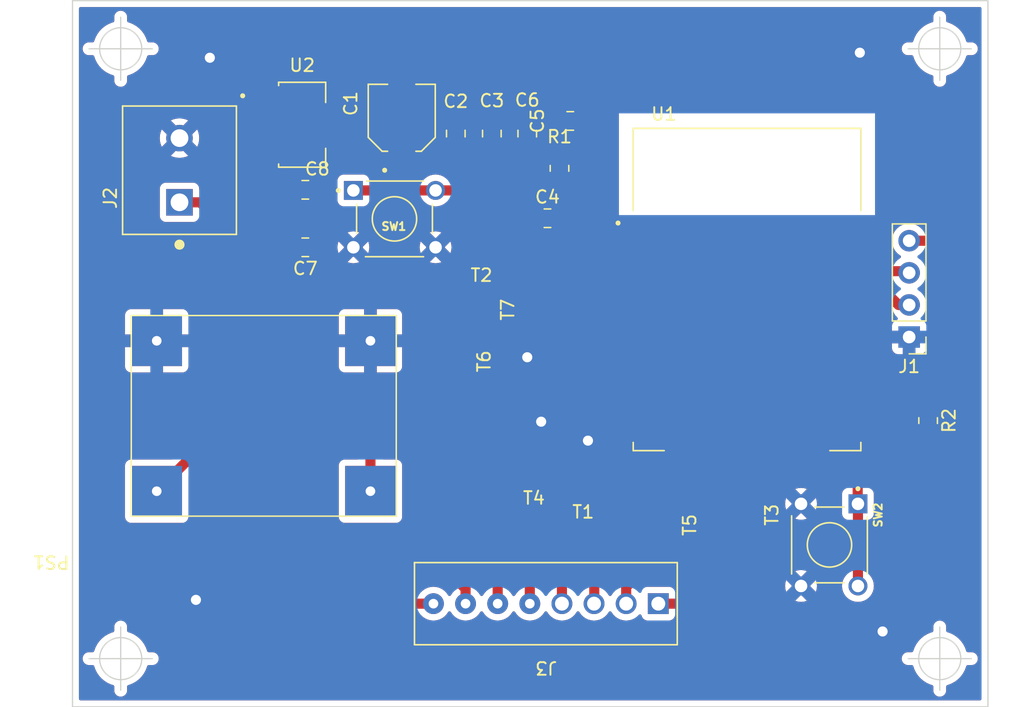
<source format=kicad_pcb>
(kicad_pcb (version 20211014) (generator pcbnew)
  (layers (0 "F.Cu" signal) (31 "B.Cu" signal) (34 "B.Paste" user) (35 "F.Paste" user) (36 "B.SilkS" user "B.Silkscreen") (37 "F.SilkS" user "F.Silkscreen") (38 "B.Mask" user) (39 "F.Mask" user) (44 "Edge.Cuts" user))
  (net 0 "")
  (net 1 "+3V3")
  (net 2 "GND")
  (net 3 "Net-(J3-Pad1)")
  (net 4 "Net-(J3-Pad2)")
  (net 5 "Net-(J3-Pad4)")
  (net 6 "Net-(J3-Pad5)")
  (net 7 "Net-(J3-Pad6)")
  (net 8 "Net-(J3-Pad7)")
  (net 9 "Net-(C7-Pad2)")
  (net 10 "Net-(J1-Pad2)")
  (net 11 "Net-(J1-Pad3)")
  (net 12 "Net-(J3-Pad3)")
  (net 13 "Net-(T1-Pad1)")
  (net 14 "Net-(T2-Pad1)")
  (net 15 "Net-(T3-Pad1)")
  (net 39 "Net-(T4-Pad1)")
  (net 40 "Net-(T5-Pad1)")
  (net 41 "Net-(T6-Pad1)")
  (net 42 "Net-(T7-Pad1)")
  (net 43 "Net-(C4-Pad2)")
  (net 44 "12V")
  (net 45 "Net-(R2-Pad2)")
  (footprint "libraries:SOT23" (layer "F.Cu") (at 150.4 108.8 -90)
    (fp_text reference "T5" (at 1.27142 -2.54284 90) (layer "F.SilkS") (effects (font (size 1.001118 1.001118))))
    (fp_text value "NTR4503")
    (pad "1" smd rect locked (at -0.95 1.1 270) (size 1 1.4) (layers "F.Cu" "F.Paste" "F.Mask") (net 40 "Net-(T5-Pad1)"))
    (pad "2" smd rect locked (at 0.95 1.1 270) (size 1 1.4) (layers "F.Cu" "F.Paste" "F.Mask") (net 2 "GND"))
    (pad "3" smd rect locked (at 0 -1.1 270) (size 1 1.4) (layers "F.Cu" "F.Paste" "F.Mask") (net 4 "Net-(J3-Pad2)"))
  )
  (footprint "Capacitor_SMD:C_0805_2012Metric" (layer "F.Cu") (at 140.1 79.1 90)
    (fp_text reference "C6" (at 2.65 0 180) (layer "F.SilkS"))
    (fp_text value "4.7u")
    (fp_line (start -0.261252 -0.735) (end 0.261252 -0.735) (layer "F.SilkS") (width 0.12))
    (fp_line (start -0.261252 0.735) (end 0.261252 0.735) (layer "F.SilkS") (width 0.12))
    (pad "1" smd roundrect (at -0.95 0 90) (size 1 1.45) (layers "F.Cu" "F.Paste" "F.Mask") (net 1 "+3V3"))
    (pad "2" smd roundrect (at 0.95 0 90) (size 1 1.45) (layers "F.Cu" "F.Paste" "F.Mask") (net 2 "GND"))
  )
  (footprint "libraries:TE_1546215-8" (layer "F.Cu") (at 141.6 116.3 180)
    (fp_text reference "J3" (at 0 -5.08 180 unlocked) (layer "F.SilkS"))
    (fp_text value "R pinnen RGB strips")
    (fp_line (start -10.362 -3.25) (end 10.418 -3.25) (layer "F.SilkS") (width 0.127))
    (fp_line (start -10.362 3.25) (end -10.362 -3.25) (layer "F.SilkS") (width 0.127))
    (fp_line (start 10.418 -3.25) (end 10.418 3.25) (layer "F.SilkS") (width 0.127))
    (fp_line (start 10.418 3.25) (end -10.362 3.25) (layer "F.SilkS") (width 0.127))
    (pad "1" thru_hole rect (at -8.862 0 180) (size 1.65 1.65) (drill 1.1) (layers *.Cu *.Mask) (net 3 "Net-(J3-Pad1)"))
    (pad "2" thru_hole circle (at -6.322 0 180) (size 1.65 1.65) (drill 1.1) (layers *.Cu *.Mask) (net 4 "Net-(J3-Pad2)"))
    (pad "3" thru_hole circle (at -3.782 0 180) (size 1.65 1.65) (drill 1.1) (layers *.Cu *.Mask) (net 12 "Net-(J3-Pad3)"))
    (pad "4" thru_hole circle (at -1.242 0 180) (size 1.65 1.65) (drill 1.1) (layers *.Cu *.Mask) (net 5 "Net-(J3-Pad4)"))
    (pad "5" thru_hole circle (at 1.298 0 180) (size 1.65 1.65) (drill 0.762) (layers *.Cu *.Mask) (net 6 "Net-(J3-Pad5)"))
    (pad "6" thru_hole circle (at 3.838 0 180) (size 1.65 1.65) (drill 0.762) (layers *.Cu *.Mask) (net 7 "Net-(J3-Pad6)"))
    (pad "7" thru_hole circle (at 6.378 0 180) (size 1.65 1.65) (drill 0.762) (layers *.Cu *.Mask) (net 8 "Net-(J3-Pad7)"))
    (pad "8" thru_hole circle (at 8.918 0 180) (size 1.65 1.65) (drill 0.762) (layers *.Cu *.Mask) (net 44 "12V"))
  )
  (footprint "Capacitor_SMD:C_0805_2012Metric" (layer "F.Cu") (at 134.45 79.1 90)
    (fp_text reference "C2" (at 2.55 0 180) (layer "F.SilkS"))
    (fp_text value "22u")
    (fp_line (start -0.261252 -0.735) (end 0.261252 -0.735) (layer "F.SilkS") (width 0.12))
    (fp_line (start -0.261252 0.735) (end 0.261252 0.735) (layer "F.SilkS") (width 0.12))
    (pad "1" smd roundrect (at -0.95 0 90) (size 1 1.45) (layers "F.Cu" "F.Paste" "F.Mask") (net 1 "+3V3"))
    (pad "2" smd roundrect (at 0.95 0 90) (size 1 1.45) (layers "F.Cu" "F.Paste" "F.Mask") (net 2 "GND"))
  )
  (footprint "Capacitor_SMD:C_0805_2012Metric" (layer "F.Cu") (at 122.55 83.55)
    (fp_text reference "C8" (at 0.95 -1.65) (layer "F.SilkS"))
    (fp_text value "4.7u")
    (fp_line (start -0.261252 -0.735) (end 0.261252 -0.735) (layer "F.SilkS") (width 0.12))
    (fp_line (start -0.261252 0.735) (end 0.261252 0.735) (layer "F.SilkS") (width 0.12))
    (pad "1" smd roundrect (at -0.95 0) (size 1 1.45) (layers "F.Cu" "F.Paste" "F.Mask") (net 9 "Net-(C7-Pad2)"))
    (pad "2" smd roundrect (at 0.95 0) (size 1 1.45) (layers "F.Cu" "F.Paste" "F.Mask") (net 2 "GND"))
  )
  (footprint "Connector_PinHeader_2.54mm:PinHeader_1x04_P2.54mm_Vertical" (layer "F.Cu") (at 170.3 95.2 180)
    (fp_text reference "J1" (at 0 -2.33) (layer "F.SilkS"))
    (fp_text value "Conn_01x04_Female")
    (fp_line (start -1.33 8.95) (end 1.33 8.95) (layer "F.SilkS") (width 0.12))
    (fp_line (start -1.33 1.27) (end -1.33 8.95) (layer "F.SilkS") (width 0.12))
    (fp_line (start -1.33 1.27) (end 1.33 1.27) (layer "F.SilkS") (width 0.12))
    (fp_line (start 1.33 1.27) (end 1.33 8.95) (layer "F.SilkS") (width 0.12))
    (fp_line (start -1.33 0) (end -1.33 -1.33) (layer "F.SilkS") (width 0.12))
    (fp_line (start -1.33 -1.33) (end 0 -1.33) (layer "F.SilkS") (width 0.12))
    (pad "1" thru_hole rect (at 0 0 180) (size 1.7 1.7) (drill 1) (layers *.Cu *.Mask) (net 2 "GND"))
    (pad "2" thru_hole oval (at 0 2.54 180) (size 1.7 1.7) (drill 1) (layers *.Cu *.Mask) (net 10 "Net-(J1-Pad2)"))
    (pad "3" thru_hole oval (at 0 5.08 180) (size 1.7 1.7) (drill 1) (layers *.Cu *.Mask) (net 11 "Net-(J1-Pad3)"))
    (pad "4" thru_hole oval (at 0 7.62 180) (size 1.7 1.7) (drill 1) (layers *.Cu *.Mask) (net 1 "+3V3"))
  )
  (footprint "libraries:SOT23" (layer "F.Cu") (at 141.9 105.4 180)
    (fp_text reference "T4" (at 1.27142 -2.54284) (layer "F.SilkS") (effects (font (size 1.001118 1.001118))))
    (fp_text value "NTR4503")
    (pad "1" smd rect locked (at -0.95 1.1 180) (size 1 1.4) (layers "F.Cu" "F.Paste" "F.Mask") (net 39 "Net-(T4-Pad1)"))
    (pad "2" smd rect locked (at 0.95 1.1 180) (size 1 1.4) (layers "F.Cu" "F.Paste" "F.Mask") (net 2 "GND"))
    (pad "3" smd rect locked (at 0 -1.1 180) (size 1 1.4) (layers "F.Cu" "F.Paste" "F.Mask") (net 5 "Net-(J3-Pad4)"))
  )
  (footprint "libraries:SOT23" (layer "F.Cu") (at 139.2 90.2 180)
    (fp_text reference "T2" (at 2.718 -0.1104) (layer "F.SilkS") (effects (font (size 1.001118 1.001118))))
    (fp_text value "NTR4503")
    (pad "1" smd rect locked (at -0.95 1.1 180) (size 1 1.4) (layers "F.Cu" "F.Paste" "F.Mask") (net 14 "Net-(T2-Pad1)"))
    (pad "2" smd rect locked (at 0.95 1.1 180) (size 1 1.4) (layers "F.Cu" "F.Paste" "F.Mask") (net 2 "GND"))
    (pad "3" smd rect locked (at 0 -1.1 180) (size 1 1.4) (layers "F.Cu" "F.Paste" "F.Mask") (net 8 "Net-(J3-Pad7)"))
  )
  (footprint "libraries:TE_282841-2" (layer "F.Cu") (at 112.6 82 90)
    (fp_text reference "J2" (at -2.197155 -5.470375 90) (layer "F.SilkS") (effects (font (size 1.000984 1.000984))))
    (fp_text value "12V DC")
    (fp_line (start 5.08 4.5) (end 5.08 -4.5) (layer "F.SilkS") (width 0.127))
    (fp_line (start -5.08 -4.5) (end -5.08 4.5) (layer "F.SilkS") (width 0.127))
    (fp_line (start -5.08 4.5) (end 5.08 4.5) (layer "F.SilkS") (width 0.127))
    (fp_line (start 5.08 -4.5) (end -5.08 -4.5) (layer "F.SilkS") (width 0.127))
    (fp_circle (center -5.89 0) (end -5.69 0) (layer "F.SilkS") (width 0.4) (fill none))
    (pad "1" thru_hole rect locked (at -2.54 0 90) (size 2.1 2.1) (drill 1.4) (layers *.Cu *.Mask) (net 44 "12V"))
    (pad "2" thru_hole circle locked (at 2.54 0 90) (size 2.1 2.1) (drill 1.4) (layers *.Cu *.Mask) (net 2 "GND"))
  )
  (footprint "libraries:Buck Converter" (layer "F.Cu") (at 119.2 101.5 180)
    (fp_text reference "PS1" (at 16.764 -11.509 180 unlocked) (layer "F.SilkS"))
    (fp_text value "ITX0512SA")
    (fp_rect (start -10.541 -7.874) (end 10.414 8.001) (layer "F.SilkS") (width 0.12) (fill none))
    (pad "1a" thru_hole rect (at 8.4 -5.9 180) (size 4 4) (drill 0.762) (layers *.Cu *.Mask) (net 44 "12V"))
    (pad "2a" thru_hole rect (at 8.4 6 180) (size 4 4) (drill 0.762) (layers *.Cu *.Mask) (net 2 "GND"))
    (pad "3a" thru_hole rect (at -8.5 -5.9 180) (size 4 4) (drill 0.762) (layers *.Cu *.Mask) (net 9 "Net-(C7-Pad2)"))
    (pad "4a" thru_hole rect (at -8.5 6 180) (size 4 4) (drill 0.762) (layers *.Cu *.Mask) (net 2 "GND"))
  )
  (footprint "libraries:SOT23" (layer "F.Cu") (at 156.9 108 -90)
    (fp_text reference "T3" (at 1.27142 -2.54284 -270) (layer "F.SilkS") (effects (font (size 1.001118 1.001118))))
    (fp_text value "NTR4503")
    (pad "1" smd rect locked (at -0.95 1.1 270) (size 1 1.4) (layers "F.Cu" "F.Paste" "F.Mask") (net 15 "Net-(T3-Pad1)"))
    (pad "2" smd rect locked (at 0.95 1.1 270) (size 1 1.4) (layers "F.Cu" "F.Paste" "F.Mask") (net 2 "GND"))
    (pad "3" smd rect locked (at 0 -1.1 270) (size 1 1.4) (layers "F.Cu" "F.Paste" "F.Mask") (net 3 "Net-(J3-Pad1)"))
  )
  (footprint "libraries:CAP_EEE0JA101WR" (layer "F.Cu") (at 130.175 77.851 90)
    (fp_text reference "C1" (at 1.125 -4.035 90) (layer "F.SilkS"))
    (fp_text value "220u")
    (fp_line (start -2.65 1.55) (end -1.55 2.65) (layer "F.SilkS") (width 0.127))
    (fp_line (start -1.55 2.65) (end 2.65 2.65) (layer "F.SilkS") (width 0.127))
    (fp_line (start 2.65 2.65) (end 2.65 1.12) (layer "F.SilkS") (width 0.127))
    (fp_line (start 2.65 -2.65) (end -1.55 -2.65) (layer "F.SilkS") (width 0.127))
    (fp_line (start -2.65 1.12) (end -2.65 1.55) (layer "F.SilkS") (width 0.127))
    (fp_line (start -1.55 -2.65) (end -2.65 -1.55) (layer "F.SilkS") (width 0.127))
    (fp_line (start -2.65 -1.55) (end -2.65 -1.12) (layer "F.SilkS") (width 0.127))
    (fp_line (start 2.65 -1.12) (end 2.65 -2.65) (layer "F.SilkS") (width 0.127))
    (fp_circle (center -4.15 -1.35) (end -4.05 -1.35) (layer "F.SilkS") (width 0.2) (fill none))
    (pad "1" smd rect locked (at -2.15 0 90) (size 2.8 1.6) (layers "F.Cu" "F.Paste" "F.Mask") (net 1 "+3V3"))
    (pad "2" smd rect locked (at 2.15 0 90) (size 2.8 1.6) (layers "F.Cu" "F.Paste" "F.Mask") (net 2 "GND"))
  )
  (footprint "Resistor_SMD:R_0805_2012Metric" (layer "F.Cu") (at 142.65 81.85 -90)
    (fp_text reference "R1" (at -2.5 0 180) (layer "F.SilkS"))
    (fp_text value "10k")
    (fp_line (start -0.227064 -0.735) (end 0.227064 -0.735) (layer "F.SilkS") (width 0.12))
    (fp_line (start -0.227064 0.735) (end 0.227064 0.735) (layer "F.SilkS") (width 0.12))
    (pad "1" smd roundrect (at -0.9125 0 270) (size 1.025 1.4) (layers "F.Cu" "F.Paste" "F.Mask") (roundrect_rratio 0.243902) (net 1 "+3V3"))
    (pad "2" smd roundrect (at 0.9125 0 270) (size 1.025 1.4) (layers "F.Cu" "F.Paste" "F.Mask") (roundrect_rratio 0.243902) (net 43 "Net-(C4-Pad2)"))
  )
  (footprint "libraries:SOT23" (layer "F.Cu") (at 145.8 106.5 180)
    (fp_text reference "T1" (at 1.27142 -2.54284) (layer "F.SilkS") (effects (font (size 1.001118 1.001118))))
    (fp_text value "NTR4503")
    (pad "1" smd rect locked (at -0.95 1.1 180) (size 1 1.4) (layers "F.Cu" "F.Paste" "F.Mask") (net 13 "Net-(T1-Pad1)"))
    (pad "2" smd rect locked (at 0.95 1.1 180) (size 1 1.4) (layers "F.Cu" "F.Paste" "F.Mask") (net 2 "GND"))
    (pad "3" smd rect locked (at 0 -1.1 180) (size 1 1.4) (layers "F.Cu" "F.Paste" "F.Mask") (net 12 "Net-(J3-Pad3)"))
  )
  (footprint "Capacitor_SMD:C_0805_2012Metric" (layer "F.Cu") (at 122.55 88.1 180)
    (fp_text reference "C7" (at 0 -1.68) (layer "F.SilkS"))
    (fp_text value "0.1u")
    (fp_line (start -0.261252 -0.735) (end 0.261252 -0.735) (layer "F.SilkS") (width 0.12))
    (fp_line (start -0.261252 0.735) (end 0.261252 0.735) (layer "F.SilkS") (width 0.12))
    (pad "1" smd roundrect (at -0.95 0 180) (size 1 1.45) (layers "F.Cu" "F.Paste" "F.Mask") (net 2 "GND"))
    (pad "2" smd roundrect (at 0.95 0 180) (size 1 1.45) (layers "F.Cu" "F.Paste" "F.Mask") (net 9 "Net-(C7-Pad2)"))
  )
  (footprint "libraries:SOT229P700X180-4N" (layer "F.Cu") (at 122.3 78.4)
    (fp_text reference "U2" (at 0 -4.70284) (layer "F.SilkS") (effects (font (size 1.001528 1.001528))))
    (fp_text value "AMS1117")
    (fp_line (start -1.86 -3.36) (end -1.86 -3.1) (layer "F.SilkS") (width 0.127))
    (fp_line (start -1.86 3.36) (end 1.86 3.36) (layer "F.SilkS") (width 0.127))
    (fp_line (start 1.86 -1.76) (end 1.86 -3.36) (layer "F.SilkS") (width 0.127))
    (fp_line (start -1.86 -3.36) (end 1.86 -3.36) (layer "F.SilkS") (width 0.127))
    (fp_line (start -1.86 3.11) (end -1.86 3.36) (layer "F.SilkS") (width 0.127))
    (fp_line (start 1.86 3.36) (end 1.86 1.87) (layer "F.SilkS") (width 0.127))
    (fp_circle (center -4.703 -2.29) (end -4.603 -2.29) (layer "F.SilkS") (width 0.2) (fill none))
    (pad "1" smd roundrect locked (at -3.345 -2.29 270) (size 0.93 1.31) (layers "F.Cu" "F.Paste" "F.Mask") (roundrect_rratio 0.1) (net 2 "GND"))
    (pad "2" smd roundrect locked (at -3.345 0 270) (size 0.93 1.31) (layers "F.Cu" "F.Paste" "F.Mask") (roundrect_rratio 0.1) (net 1 "+3V3"))
    (pad "3" smd roundrect locked (at -3.345 2.29 270) (size 0.93 1.31) (layers "F.Cu" "F.Paste" "F.Mask") (roundrect_rratio 0.1) (net 9 "Net-(C7-Pad2)"))
    (pad "4" smd roundrect locked (at 3.345 0 270) (size 3.24 1.31) (layers "F.Cu" "F.Paste" "F.Mask") (roundrect_rratio 0.1) (net 1 "+3V3"))
  )
  (footprint "libraries:SOT23" (layer "F.Cu") (at 141.1 94.3 90)
    (fp_text reference "T7" (at 1.27142 -2.54284 90) (layer "F.SilkS") (effects (font (size 1.001118 1.001118))))
    (fp_text value "NTR4503")
    (pad "1" smd rect locked (at -0.95 1.1 90) (size 1 1.4) (layers "F.Cu" "F.Paste" "F.Mask") (net 42 "Net-(T7-Pad1)"))
    (pad "2" smd rect locked (at 0.95 1.1 90) (size 1 1.4) (layers "F.Cu" "F.Paste" "F.Mask") (net 2 "GND"))
    (pad "3" smd rect locked (at 0 -1.1 90) (size 1 1.4) (layers "F.Cu" "F.Paste" "F.Mask") (net 7 "Net-(J3-Pad6)"))
  )
  (footprint "Resistor_SMD:R_0805_2012Metric" (layer "F.Cu") (at 171.8 101.8125 -90)
    (fp_text reference "R2" (at 0 -1.65 90) (layer "F.SilkS"))
    (fp_text value "10k")
    (fp_line (start -0.227064 -0.735) (end 0.227064 -0.735) (layer "F.SilkS") (width 0.12))
    (fp_line (start -0.227064 0.735) (end 0.227064 0.735) (layer "F.SilkS") (width 0.12))
    (pad "1" smd roundrect (at -0.9125 0 270) (size 1.025 1.4) (layers "F.Cu" "F.Paste" "F.Mask") (roundrect_rratio 0.243902) (net 1 "+3V3"))
    (pad "2" smd roundrect (at 0.9125 0 270) (size 1.025 1.4) (layers "F.Cu" "F.Paste" "F.Mask") (roundrect_rratio 0.243902) (net 45 "Net-(R2-Pad2)"))
  )
  (footprint "Capacitor_SMD:C_0805_2012Metric" (layer "F.Cu") (at 141.7 85.8)
    (fp_text reference "C4" (at 0 -1.68) (layer "F.SilkS"))
    (fp_text value "1u")
    (fp_line (start -0.261252 -0.735) (end 0.261252 -0.735) (layer "F.SilkS") (width 0.12))
    (fp_line (start -0.261252 0.735) (end 0.261252 0.735) (layer "F.SilkS") (width 0.12))
    (pad "1" smd roundrect (at -0.95 0) (size 1 1.45) (layers "F.Cu" "F.Paste" "F.Mask") (net 2 "GND"))
    (pad "2" smd roundrect (at 0.95 0) (size 1 1.45) (layers "F.Cu" "F.Paste" "F.Mask") (net 43 "Net-(C4-Pad2)"))
  )
  (footprint "Capacitor_SMD:C_0805_2012Metric" (layer "F.Cu") (at 137.3 79.1 90)
    (fp_text reference "C3" (at 2.6 0 180) (layer "F.SilkS"))
    (fp_text value "0.1u")
    (fp_line (start -0.261252 0.735) (end 0.261252 0.735) (layer "F.SilkS") (width 0.12))
    (fp_line (start -0.261252 -0.735) (end 0.261252 -0.735) (layer "F.SilkS") (width 0.12))
    (pad "1" smd roundrect (at -0.95 0 90) (size 1 1.45) (layers "F.Cu" "F.Paste" "F.Mask") (net 1 "+3V3"))
    (pad "2" smd roundrect (at 0.95 0 90) (size 1 1.45) (layers "F.Cu" "F.Paste" "F.Mask") (net 2 "GND"))
  )
  (footprint "libraries:SW_1825910-6-4" (layer "F.Cu") (at 164 111.65 -90)
    (fp_text reference "SW2" (at -2.3627 -3.844398 90) (layer "F.SilkS") (effects (font (size 0.630643 0.630643))))
    (fp_text value "BOOT")
    (fp_line (start 2.3 2.995) (end -2.3 2.995) (layer "F.SilkS") (width 0.127))
    (fp_line (start 3 -1.15) (end 3 1.15) (layer "F.SilkS") (width 0.127))
    (fp_line (start -2.995 -1.15) (end -2.995 1.15) (layer "F.SilkS") (width 0.127))
    (fp_line (start -2.2 -2.995) (end 2.3 -2.995) (layer "F.SilkS") (width 0.127))
    (fp_circle (center 0 0) (end 1.755 0) (layer "F.SilkS") (width 0.127) (fill none))
    (fp_circle (center -4.445 -2.25) (end -4.345 -2.25) (layer "F.SilkS") (width 0.2) (fill none))
    (pad "1" thru_hole rect locked (at -3.25 -2.25 270) (size 1.498 1.498) (drill 0.99) (layers *.Cu *.Mask) (net 45 "Net-(R2-Pad2)"))
    (pad "2" thru_hole circle locked (at 3.25 -2.25 270) (size 1.498 1.498) (drill 0.99) (layers *.Cu *.Mask) (net 45 "Net-(R2-Pad2)"))
    (pad "3" thru_hole circle locked (at -3.25 2.25 270) (size 1.498 1.498) (drill 0.99) (layers *.Cu *.Mask) (net 2 "GND"))
    (pad "4" thru_hole circle locked (at 3.25 2.25 270) (size 1.498 1.498) (drill 0.99) (layers *.Cu *.Mask) (net 2 "GND"))
  )
  (footprint "libraries:SOT23" (layer "F.Cu") (at 141 98.7 90)
    (fp_text reference "T6" (at 1.5748 -4.318 90) (layer "F.SilkS") (effects (font (size 1.001118 1.001118))))
    (fp_text value "NTR4503")
    (pad "1" smd rect locked (at -0.95 1.1 90) (size 1 1.4) (layers "F.Cu" "F.Paste" "F.Mask") (net 41 "Net-(T6-Pad1)"))
    (pad "2" smd rect locked (at 0.95 1.1 90) (size 1 1.4) (layers "F.Cu" "F.Paste" "F.Mask") (net 2 "GND"))
    (pad "3" smd rect locked (at 0 -1.1 90) (size 1 1.4) (layers "F.Cu" "F.Paste" "F.Mask") (net 6 "Net-(J3-Pad5)"))
  )
  (footprint "Capacitor_SMD:C_0805_2012Metric" (layer "F.Cu") (at 143.5 78.1 180)
    (fp_text reference "C5" (at 2.6 0 90) (layer "F.SilkS"))
    (fp_text value "0.1u")
    (fp_line (start -0.261252 0.735) (end 0.261252 0.735) (layer "F.SilkS") (width 0.12))
    (fp_line (start -0.261252 -0.735) (end 0.261252 -0.735) (layer "F.SilkS") (width 0.12))
    (pad "1" smd roundrect (at -0.95 0 180) (size 1 1.45) (layers "F.Cu" "F.Paste" "F.Mask") (net 1 "+3V3"))
    (pad "2" smd roundrect (at 0.95 0 180) (size 1 1.45) (layers "F.Cu" "F.Paste" "F.Mask") (net 2 "GND"))
  )
  (footprint "libraries:SW_1825910-6-4" (layer "F.Cu") (at 129.6 85.85)
    (fp_text reference "SW1" (at -0.05 0.6) (layer "F.SilkS") (effects (font (size 0.630643 0.630643))))
    (fp_text value "ENABLE")
    (fp_line (start -2.995 -1.15) (end -2.995 1.15) (layer "F.SilkS") (width 0.127))
    (fp_line (start -2.2 -2.995) (end 2.3 -2.995) (layer "F.SilkS") (width 0.127))
    (fp_line (start 2.3 2.995) (end -2.3 2.995) (layer "F.SilkS") (width 0.127))
    (fp_line (start 3 -1.15) (end 3 1.15) (layer "F.SilkS") (width 0.127))
    (fp_circle (center 0 0) (end 1.755 0) (layer "F.SilkS") (width 0.127) (fill none))
    (fp_circle (center -4.445 -2.25) (end -4.345 -2.25) (layer "F.SilkS") (width 0.2) (fill none))
    (pad "1" thru_hole rect locked (at -3.25 -2.25) (size 1.498 1.498) (drill 0.99) (layers *.Cu *.Mask) (net 43 "Net-(C4-Pad2)"))
    (pad "2" thru_hole circle locked (at 3.25 -2.25) (size 1.498 1.498) (drill 0.99) (layers *.Cu *.Mask) (net 43 "Net-(C4-Pad2)"))
    (pad "3" thru_hole circle locked (at -3.25 2.25) (size 1.498 1.498) (drill 0.99) (layers *.Cu *.Mask) (net 2 "GND"))
    (pad "4" thru_hole circle locked (at 3.25 2.25) (size 1.498 1.498) (drill 0.99) (layers *.Cu *.Mask) (net 2 "GND"))
  )
  (footprint "libraries:XCVR_ESP32-WROOM-32E_(16MB)" (layer "F.Cu") (at 157.48 91.44)
    (fp_text reference "U1" (at -6.575 -13.885) (layer "F.SilkS"))
    (fp_text value "ESP32-WROOM-32E_(16MB)")
    (fp_line (start -9 -6.25) (end -9 -12.75) (layer "F.SilkS") (width 0.127))
    (fp_line (start 6.55 12.75) (end 9 12.75) (layer "F.SilkS") (width 0.127))
    (fp_line (start -9 -12.75) (end 9 -12.75) (layer "F.SilkS") (width 0.127))
    (fp_line (start -9 12.1) (end -9 12.75) (layer "F.SilkS") (width 0.127))
    (fp_line (start 9 -12.75) (end 9 -6.25) (layer "F.SilkS") (width 0.127))
    (fp_line (start 9 12.75) (end 9 12.1) (layer "F.SilkS") (width 0.127))
    (fp_line (start -9 12.75) (end -6.55 12.75) (layer "F.SilkS") (width 0.127))
    (fp_circle (center -10.2 -5.26) (end -10.1 -5.26) (layer "F.SilkS") (width 0.2) (fill none))
    (pad "1" smd rect (at -8.75 -5.26) (size 1.5 0.9) (layers "F.Cu" "F.Paste" "F.Mask") (net 2 "GND"))
    (pad "2" smd rect (at -8.75 -3.99) (size 1.5 0.9) (layers "F.Cu" "F.Paste" "F.Mask") (net 1 "+3V3"))
    (pad "3" smd rect (at -8.75 -2.72) (size 1.5 0.9) (layers "F.Cu" "F.Paste" "F.Mask") (net 43 "Net-(C4-Pad2)"))
    (pad "4" smd rect (at -8.75 -1.45) (size 1.5 0.9) (layers "F.Cu" "F.Paste" "F.Mask"))
    (pad "5" smd rect (at -8.75 -0.18) (size 1.5 0.9) (layers "F.Cu" "F.Paste" "F.Mask"))
    (pad "6" smd rect (at -8.75 1.09) (size 1.5 0.9) (layers "F.Cu" "F.Paste" "F.Mask"))
    (pad "7" smd rect (at -8.75 2.36) (size 1.5 0.9) (layers "F.Cu" "F.Paste" "F.Mask"))
    (pad "8" smd rect (at -8.75 3.63) (size 1.5 0.9) (layers "F.Cu" "F.Paste" "F.Mask"))
    (pad "9" smd rect (at -8.75 4.9) (size 1.5 0.9) (layers "F.Cu" "F.Paste" "F.Mask") (net 14 "Net-(T2-Pad1)"))
    (pad "10" smd rect (at -8.75 6.17) (size 1.5 0.9) (layers "F.Cu" "F.Paste" "F.Mask") (net 42 "Net-(T7-Pad1)"))
    (pad "11" smd rect (at -8.75 7.44) (size 1.5 0.9) (layers "F.Cu" "F.Paste" "F.Mask") (net 41 "Net-(T6-Pad1)"))
    (pad "12" smd rect (at -8.75 8.71) (size 1.5 0.9) (layers "F.Cu" "F.Paste" "F.Mask") (net 39 "Net-(T4-Pad1)"))
    (pad "13" smd rect (at -8.75 9.98) (size 1.5 0.9) (layers "F.Cu" "F.Paste" "F.Mask") (net 13 "Net-(T1-Pad1)"))
    (pad "14" smd rect (at -8.75 11.25) (size 1.5 0.9) (layers "F.Cu" "F.Paste" "F.Mask") (net 40 "Net-(T5-Pad1)"))
    (pad "15" smd rect (at -5.715 12.5) (size 0.9 1.5) (layers "F.Cu" "F.Paste" "F.Mask") (net 2 "GND"))
    (pad "16" smd rect (at -4.445 12.5) (size 0.9 1.5) (layers "F.Cu" "F.Paste" "F.Mask") (net 15 "Net-(T3-Pad1)"))
    (pad "17" smd rect (at -3.175 12.5) (size 0.9 1.5) (layers "F.Cu" "F.Paste" "F.Mask"))
    (pad "18" smd rect (at -1.905 12.5) (size 0.9 1.5) (layers "F.Cu" "F.Paste" "F.Mask"))
    (pad "19" smd rect (at -0.635 12.5) (size 0.9 1.5) (layers "F.Cu" "F.Paste" "F.Mask"))
    (pad "20" smd rect (at 0.635 12.5) (size 0.9 1.5) (layers "F.Cu" "F.Paste" "F.Mask"))
    (pad "21" smd rect (at 1.905 12.5) (size 0.9 1.5) (layers "F.Cu" "F.Paste" "F.Mask"))
    (pad "22" smd rect (at 3.175 12.5) (size 0.9 1.5) (layers "F.Cu" "F.Paste" "F.Mask"))
    (pad "23" smd rect (at 4.445 12.5) (size 0.9 1.5) (layers "F.Cu" "F.Paste" "F.Mask"))
    (pad "24" smd rect (at 5.715 12.5) (size 0.9 1.5) (layers "F.Cu" "F.Paste" "F.Mask"))
    (pad "25" smd rect (at 8.75 11.25) (size 1.5 0.9) (layers "F.Cu" "F.Paste" "F.Mask") (net 45 "Net-(R2-Pad2)"))
    (pad "26" smd rect (at 8.75 9.98) (size 1.5 0.9) (layers "F.Cu" "F.Paste" "F.Mask"))
    (pad "27" smd rect (at 8.75 8.71) (size 1.5 0.9) (layers "F.Cu" "F.Paste" "F.Mask"))
    (pad "28" smd rect (at 8.75 7.44) (size 1.5 0.9) (layers "F.Cu" "F.Paste" "F.Mask"))
    (pad "29" smd rect (at 8.75 6.17) (size 1.5 0.9) (layers "F.Cu" "F.Paste" "F.Mask"))
    (pad "30" smd rect (at 8.75 4.9) (size 1.5 0.9) (layers "F.Cu" "F.Paste" "F.Mask"))
    (pad "31" smd rect (at 8.75 3.63) (size 1.5 0.9) (layers "F.Cu" "F.Paste" "F.Mask"))
    (pad "32" smd rect (at 8.75 2.36) (size 1.5 0.9) (layers "F.Cu" "F.Paste" "F.Mask"))
    (pad "33" smd rect (at 8.75 1.09) (size 1.5 0.9) (layers "F.Cu" "F.Paste" "F.Mask"))
    (pad "34" smd rect (at 8.75 -0.18) (size 1.5 0.9) (layers "F.Cu" "F.Paste" "F.Mask") (net 10 "Net-(J1-Pad2)"))
    (pad "35" smd rect (at 8.75 -1.45) (size 1.5 0.9) (layers "F.Cu" "F.Paste" "F.Mask") (net 11 "Net-(J1-Pad3)"))
    (pad "36" smd rect (at 8.75 -2.72) (size 1.5 0.9) (layers "F.Cu" "F.Paste" "F.Mask"))
    (pad "37" smd rect (at 8.75 -3.99) (size 1.5 0.9) (layers "F.Cu" "F.Paste" "F.Mask"))
    (pad "38" smd rect (at 8.75 -5.26) (size 1.5 0.9) (layers "F.Cu" "F.Paste" "F.Mask") (net 2 "GND"))
    (pad "39_1" smd rect (at -2.9 1.06) (size 0.9 0.9) (layers "F.Cu" "F.Paste" "F.Mask") (net 2 "GND"))
    (pad "39_2" smd rect (at -1.5 1.06) (size 0.9 0.9) (layers "F.Cu" "F.Paste" "F.Mask") (net 2 "GND"))
    (pad "39_3" smd rect (at -0.1 1.06) (size 0.9 0.9) (layers "F.Cu" "F.Paste" "F.Mask") (net 2 "GND"))
    (pad "39_4" smd rect (at -2.9 2.46) (size 0.9 0.9) (layers "F.Cu" "F.Paste" "F.Mask") (net 2 "GND"))
    (pad "39_5" smd rect (at -1.5 2.46) (size 0.9 0.9) (layers "F.Cu" "F.Paste" "F.Mask") (net 2 "GND"))
    (pad "39_6" smd rect (at -0.1 2.46) (size 0.9 0.9) (layers "F.Cu" "F.Paste" "F.Mask") (net 2 "GND"))
    (pad "39_7" smd rect (at -2.9 3.86) (size 0.9 0.9) (layers "F.Cu" "F.Paste" "F.Mask") (net 2 "GND"))
    (pad "39_8" smd rect (at -1.5 3.86) (size 0.9 0.9) (layers "F.Cu" "F.Paste" "F.Mask") (net 2 "GND"))
    (pad "39_9" smd rect (at -0.1 3.86) (size 0.9 0.9) (layers "F.Cu" "F.Paste" "F.Mask") (net 2 "GND"))
    (zone (net 0) (net_name "") (layer "F.Cu") (connect_pads (clearance 0)) (min_thickness 0.01)
      (keepout (tracks not_allowed) (vias not_allowed) (pads not_allowed) (copperpour not_allowed) (footprints allowed))
      (fill (thermal_gap 0.508) (thermal_bridge_width 0.508))
      (polygon (pts (xy 148.48 78.69) (xy 166.48 78.69) (xy 166.48 84.88) (xy 148.48 84.88)))
    )
  )
  (gr_rect (start 104.14 68.58) (end 176.53 124.46) (layer "Edge.Cuts") (width 0.1) (fill none))
  (gr_text "7 Segment" (at 155 72.39) (layer "F.Cu") (effects (font (size 1.5 1.5) (thickness 0.375))))
  (target plus (at 172.72 72.39) (size 5) (width 0.1) (layer "Edge.Cuts"))
  (target plus (at 172.72 120.65) (size 5) (width 0.1) (layer "Edge.Cuts"))
  (target plus (at 107.95 120.65) (size 5) (width 0.1) (layer "Edge.Cuts"))
  (target plus (at 107.95 72.39) (size 5) (width 0.1) (layer "Edge.Cuts"))
  (segment (start 169.9 75.3) (end 172.6 78) (width 0.8) (layer "F.Cu") (net 1))
  (segment (start 127.295 80.05) (end 134.45 80.05) (width 0.8) (layer "F.Cu") (net 1))
  (segment (start 172.6 87.58) (end 171.8 87.58) (width 0.8) (layer "F.Cu") (net 1))
  (segment (start 172.6 87.6) (end 172.58 87.58) (width 0.8) (layer "F.Cu") (net 1))
  (segment (start 146.75 87.45) (end 148.73 87.45) (width 0.8) (layer "F.Cu") (net 1))
  (segment (start 144.45 79.1375) (end 142.65 80.9375) (width 0.8) (layer "F.Cu") (net 1))
  (segment (start 143.7375 80.9375) (end 145 82.2) (width 0.8) (layer "F.Cu") (net 1))
  (segment (start 172.6 78) (end 172.6 87.58) (width 0.8) (layer "F.Cu") (net 1))
  (segment (start 118.955 78.4) (end 125.645 78.4) (width 0.8) (layer "F.Cu") (net 1))
  (segment (start 125.645 78.4) (end 127.295 80.05) (width 0.8) (layer "F.Cu") (net 1))
  (segment (start 134.45 80.05) (end 137.3 80.05) (width 0.8) (layer "F.Cu") (net 1))
  (segment (start 171.8 87.58) (end 170.3 87.58) (width 0.8) (layer "F.Cu") (net 1))
  (segment (start 142.65 80.9375) (end 143.7375 80.9375) (width 0.8) (layer "F.Cu") (net 1))
  (segment (start 172.58 87.58) (end 171.8 87.58) (width 0.8) (layer "F.Cu") (net 1))
  (segment (start 172.6 100.1) (end 172.6 87.6) (width 0.8) (layer "F.Cu") (net 1))
  (segment (start 144.45 78.1) (end 147.25 75.3) (width 0.8) (layer "F.Cu") (net 1))
  (segment (start 171.8 100.9) (end 172.6 100.1) (width 0.8) (layer "F.Cu") (net 1))
  (segment (start 144.45 78.1) (end 144.45 79.1375) (width 0.8) (layer "F.Cu") (net 1))
  (segment (start 141.7625 80.05) (end 142.65 80.9375) (width 0.8) (layer "F.Cu") (net 1))
  (segment (start 145 85.7) (end 146.75 87.45) (width 0.8) (layer "F.Cu") (net 1))
  (segment (start 147.25 75.3) (end 169.9 75.3) (width 0.8) (layer "F.Cu") (net 1))
  (segment (start 145 82.2) (end 145 85.7) (width 0.8) (layer "F.Cu") (net 1))
  (segment (start 140.1 80.05) (end 141.7625 80.05) (width 0.8) (layer "F.Cu") (net 1))
  (segment (start 137.3 80.05) (end 140.1 80.05) (width 0.8) (layer "F.Cu") (net 1))
  (via (at 113.9 116) (size 1.5) (drill 0.8) (layers "F.Cu" "B.Cu") (net 2))
  (via (at 144.9 103.4) (size 1.5) (drill 0.8) (layers "F.Cu" "B.Cu") (net 2))
  (via (at 140.1 96.8) (size 1.5) (drill 0.8) (layers "F.Cu" "B.Cu") (net 2))
  (via (at 141.2 101.9) (size 1.5) (drill 0.8) (layers "F.Cu" "B.Cu") (net 2))
  (via (at 166.4 72.7) (size 1.5) (drill 0.8) (layers "F.Cu" "B.Cu") (net 2))
  (via (at 115 73.1) (size 1.5) (drill 0.8) (layers "F.Cu" "B.Cu") (net 2))
  (via (at 168.2 118.5) (size 1.5) (drill 0.8) (layers "F.Cu" "B.Cu") (net 2))
  (segment (start 152.1 116.3) (end 150.462 116.3) (width 0.8) (layer "F.Cu") (net 3))
  (segment (start 158 110.4) (end 152.1 116.3) (width 0.8) (layer "F.Cu") (net 3))
  (segment (start 158 108) (end 158 110.4) (width 0.8) (layer "F.Cu") (net 3))
  (segment (start 151.5 111.4) (end 147.922 114.978) (width 0.8) (layer "F.Cu") (net 4))
  (segment (start 151.5 108.8) (end 151.5 111.4) (width 0.8) (layer "F.Cu") (net 4))
  (segment (start 147.922 114.978) (end 147.922 116.3) (width 0.8) (layer "F.Cu") (net 4))
  (segment (start 142.842 111.742) (end 142.842 116.3) (width 0.8) (layer "F.Cu") (net 5))
  (segment (start 141.9 110.8) (end 142.842 111.742) (width 0.8) (layer "F.Cu") (net 5))
  (segment (start 141.9 106.5) (end 141.9 110.8) (width 0.8) (layer "F.Cu") (net 5))
  (segment (start 139.9 98.7) (end 139 99.6) (width 0.8) (layer "F.Cu") (net 6))
  (segment (start 139 111.7) (end 140.302 113.002) (width 0.8) (layer "F.Cu") (net 6))
  (segment (start 139 99.6) (end 139 111.7) (width 0.8) (layer "F.Cu") (net 6))
  (segment (start 140.302 113.002) (end 140.302 116.3) (width 0.8) (layer "F.Cu") (net 6))
  (segment (start 136.4 112.5) (end 137.762 113.862) (width 0.8) (layer "F.Cu") (net 7))
  (segment (start 137.762 113.862) (end 137.762 116.3) (width 0.8) (layer "F.Cu") (net 7))
  (segment (start 138.7 94.3) (end 136.4 96.6) (width 0.8) (layer "F.Cu") (net 7))
  (segment (start 136.4 96.6) (end 136.4 112.5) (width 0.8) (layer "F.Cu") (net 7))
  (segment (start 140 94.3) (end 138.7 94.3) (width 0.8) (layer "F.Cu") (net 7))
  (segment (start 135.222 115.122) (end 135.222 116.3) (width 0.8) (layer "F.Cu") (net 8))
  (segment (start 133.6 94) (end 133.6 113.5) (width 0.8) (layer "F.Cu") (net 8))
  (segment (start 136.3 91.3) (end 133.6 94) (width 0.8) (layer "F.Cu") (net 8))
  (segment (start 139.2 91.3) (end 136.3 91.3) (width 0.8) (layer "F.Cu") (net 8))
  (segment (start 133.6 113.5) (end 135.222 115.122) (width 0.8) (layer "F.Cu") (net 8))
  (segment (start 127.7 103.6) (end 127.7 107.4) (width 0.8) (layer "F.Cu") (net 9))
  (segment (start 118.955 80.69) (end 121.6 83.335) (width 0.8) (layer "F.Cu") (net 9))
  (segment (start 121.6 97.5) (end 127.7 103.6) (width 0.8) (layer "F.Cu") (net 9))
  (segment (start 121.6 83.335) (end 121.6 83.55) (width 0.8) (layer "F.Cu") (net 9))
  (segment (start 121.6 88.1) (end 121.6 97.5) (width 0.8) (layer "F.Cu") (net 9))
  (segment (start 121.6 83.55) (end 121.6 88.1) (width 0.8) (layer "F.Cu") (net 9))
  (segment (start 170.3 92.66) (end 169.46 92.66) (width 0.8) (layer "F.Cu") (net 10))
  (segment (start 168.06 91.26) (end 166.23 91.26) (width 0.8) (layer "F.Cu") (net 10))
  (segment (start 169.46 92.66) (end 168.06 91.26) (width 0.8) (layer "F.Cu") (net 10))
  (segment (start 170.3 90.12) (end 170.17 89.99) (width 0.8) (layer "F.Cu") (net 11))
  (segment (start 170.17 89.99) (end 166.23 89.99) (width 0.8) (layer "F.Cu") (net 11))
  (segment (start 145.4 116.282) (end 145.382 116.3) (width 0.8) (layer "F.Cu") (net 12))
  (segment (start 145.4 108) (end 145.4 116.282) (width 0.8) (layer "F.Cu") (net 12))
  (segment (start 145.8 107.6) (end 145.4 108) (width 0.8) (layer "F.Cu") (net 12))
  (segment (start 146.75 105.4) (end 146.75 101.85) (width 0.8) (layer "F.Cu") (net 13))
  (segment (start 146.75 101.85) (end 147.18 101.42) (width 0.8) (layer "F.Cu") (net 13))
  (segment (start 147.18 101.42) (end 148.73 101.42) (width 0.8) (layer "F.Cu") (net 13))
  (segment (start 147.600978 96.34) (end 145.5 94.239022) (width 0.8) (layer "F.Cu") (net 14))
  (segment (start 145.5 94.239022) (end 145.5 91.6) (width 0.8) (layer "F.Cu") (net 14))
  (segment (start 145.5 91.6) (end 143 89.1) (width 0.8) (layer "F.Cu") (net 14))
  (segment (start 143 89.1) (end 140.15 89.1) (width 0.8) (layer "F.Cu") (net 14))
  (segment (start 148.73 96.34) (end 147.600978 96.34) (width 0.8) (layer "F.Cu") (net 14))
  (segment (start 154.595 107.05) (end 155.8 107.05) (width 0.8) (layer "F.Cu") (net 15))
  (segment (start 153.035 105.49) (end 154.595 107.05) (width 0.8) (layer "F.Cu") (net 15))
  (segment (start 153.035 103.94) (end 153.035 105.49) (width 0.8) (layer "F.Cu") (net 15))
  (segment (start 145.55 100.15) (end 142.85 102.85) (width 0.8) (layer "F.Cu") (net 39))
  (segment (start 142.85 102.85) (end 142.85 104.3) (width 0.8) (layer "F.Cu") (net 39))
  (segment (start 148.73 100.15) (end 145.55 100.15) (width 0.8) (layer "F.Cu") (net 39))
  (segment (start 149.3 107.85) (end 149.3 103.26) (width 0.8) (layer "F.Cu") (net 40))
  (segment (start 149.3 103.26) (end 148.73 102.69) (width 0.8) (layer "F.Cu") (net 40))
  (segment (start 148.73 98.88) (end 144.52 98.88) (width 0.8) (layer "F.Cu") (net 41))
  (segment (start 144.52 98.88) (end 143.75 99.65) (width 0.8) (layer "F.Cu") (net 41))
  (segment (start 143.75 99.65) (end 142.1 99.65) (width 0.8) (layer "F.Cu") (net 41))
  (segment (start 143.25 95.25) (end 142.2 95.25) (width 0.8) (layer "F.Cu") (net 42))
  (segment (start 148.73 97.61) (end 145.61 97.61) (width 0.8) (layer "F.Cu") (net 42))
  (segment (start 145.61 97.61) (end 143.25 95.25) (width 0.8) (layer "F.Cu") (net 42))
  (segment (start 132.85 83.6) (end 141.8125 83.6) (width 0.8) (layer "F.Cu") (net 43))
  (segment (start 148.73 88.72) (end 145.57 88.72) (width 0.8) (layer "F.Cu") (net 43))
  (segment (start 141.8125 83.6) (end 142.65 82.7625) (width 0.8) (layer "F.Cu") (net 43))
  (segment (start 126.35 83.6) (end 132.85 83.6) (width 0.8) (layer "F.Cu") (net 43))
  (segment (start 145.57 88.72) (end 142.65 85.8) (width 0.8) (layer "F.Cu") (net 43))
  (segment (start 142.65 82.7625) (end 142.65 85.8) (width 0.8) (layer "F.Cu") (net 43))
  (segment (start 112.6 84.54) (end 114.24 84.54) (width 0.8) (layer "F.Cu") (net 44))
  (segment (start 117.2 104.8635) (end 117.2 106.4) (width 0.8) (layer "F.Cu") (net 44))
  (segment (start 113.3365 104.8635) (end 110.8 107.4) (width 0.8) (layer "F.Cu") (net 44))
  (segment (start 117.2 104.8635) (end 113.3365 104.8635) (width 0.8) (layer "F.Cu") (net 44))
  (segment (start 127.1 116.3) (end 132.682 116.3) (width 0.8) (layer "F.Cu") (net 44))
  (segment (start 117.2 106.4) (end 127.1 116.3) (width 0.8) (layer "F.Cu") (net 44))
  (segment (start 114.24 84.54) (end 117.2 87.5) (width 0.8) (layer "F.Cu") (net 44))
  (segment (start 117.2 87.5) (end 117.2 104.8) (width 0.8) (layer "F.Cu") (net 44))
  (segment (start 166.23 102.69) (end 166.23 108.38) (width 0.8) (layer "F.Cu") (net 45))
  (segment (start 166.23 108.38) (end 166.25 108.4) (width 0.8) (layer "F.Cu") (net 45))
  (segment (start 166.23 102.69) (end 171.765 102.69) (width 0.8) (layer "F.Cu") (net 45))
  (segment (start 171.765 102.69) (end 171.8 102.725) (width 0.8) (layer "F.Cu") (net 45))
  (segment (start 166.25 108.4) (end 166.25 114.9) (width 0.8) (layer "F.Cu") (net 45))
  (zone (net 2) (net_name "GND") (layer "F.Cu") (connect_pads (clearance 0.508)) (min_thickness 0.254) (fill yes (thermal_gap 0.508) (thermal_bridge_width 1))
    (polygon (pts (xy 176.53 124.46) (xy 104.14 124.46) (xy 104.14 68.58) (xy 176.53 68.58)))
    (polygon (pts (xy 147.32 77.47) (xy 147.32 85.59) (xy 167.64 85.59) (xy 167.64 77.47)))
  )
  (zone (net 2) (net_name "GND") (layer "B.Cu") (connect_pads (clearance 0.508)) (min_thickness 0.254) (fill yes (thermal_gap 0.508) (thermal_bridge_width 1))
    (polygon (pts (xy 176.53 124.46) (xy 104.14 124.46) (xy 104.14 68.58) (xy 176.53 68.58)))
    (polygon (pts (xy 147.35 77.5) (xy 147.35 85.55) (xy 167.6 85.55) (xy 167.6 77.5)))
  )
)
</source>
